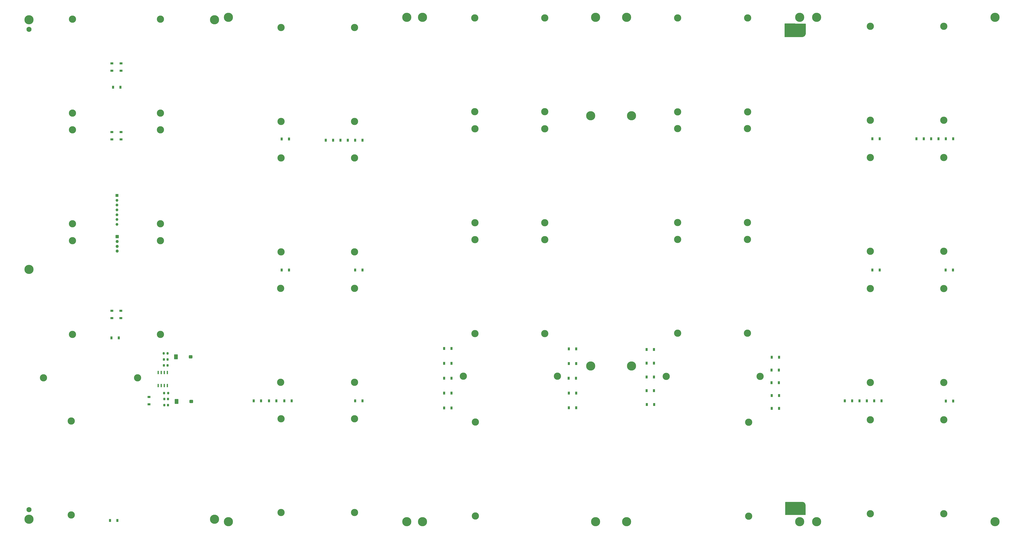
<source format=gts>
%TF.GenerationSoftware,KiCad,Pcbnew,7.0.2-0*%
%TF.CreationDate,2024-05-08T22:34:26-07:00*%
%TF.ProjectId,FlexDeploySidePanels,466c6578-4465-4706-9c6f-795369646550,v3b*%
%TF.SameCoordinates,Original*%
%TF.FileFunction,Soldermask,Top*%
%TF.FilePolarity,Negative*%
%FSLAX46Y46*%
G04 Gerber Fmt 4.6, Leading zero omitted, Abs format (unit mm)*
G04 Created by KiCad (PCBNEW 7.0.2-0) date 2024-05-08 22:34:26*
%MOMM*%
%LPD*%
G01*
G04 APERTURE LIST*
G04 Aperture macros list*
%AMRoundRect*
0 Rectangle with rounded corners*
0 $1 Rounding radius*
0 $2 $3 $4 $5 $6 $7 $8 $9 X,Y pos of 4 corners*
0 Add a 4 corners polygon primitive as box body*
4,1,4,$2,$3,$4,$5,$6,$7,$8,$9,$2,$3,0*
0 Add four circle primitives for the rounded corners*
1,1,$1+$1,$2,$3*
1,1,$1+$1,$4,$5*
1,1,$1+$1,$6,$7*
1,1,$1+$1,$8,$9*
0 Add four rect primitives between the rounded corners*
20,1,$1+$1,$2,$3,$4,$5,0*
20,1,$1+$1,$4,$5,$6,$7,0*
20,1,$1+$1,$6,$7,$8,$9,0*
20,1,$1+$1,$8,$9,$2,$3,0*%
G04 Aperture macros list end*
%ADD10C,0.150000*%
%ADD11R,0.850000X1.200000*%
%ADD12C,3.000000*%
%ADD13RoundRect,0.200000X0.200000X0.275000X-0.200000X0.275000X-0.200000X-0.275000X0.200000X-0.275000X0*%
%ADD14RoundRect,0.225000X0.225000X0.250000X-0.225000X0.250000X-0.225000X-0.250000X0.225000X-0.250000X0*%
%ADD15R,1.150000X1.150000*%
%ADD16C,1.150000*%
%ADD17C,2.600000*%
%ADD18C,3.800000*%
%ADD19R,1.200000X0.850000*%
%ADD20RoundRect,0.187500X0.562500X0.862500X-0.562500X0.862500X-0.562500X-0.862500X0.562500X-0.862500X0*%
%ADD21RoundRect,0.162500X0.587500X0.487500X-0.587500X0.487500X-0.587500X-0.487500X0.587500X-0.487500X0*%
%ADD22RoundRect,0.175000X0.525000X0.825000X-0.525000X0.825000X-0.525000X-0.825000X0.525000X-0.825000X0*%
%ADD23RoundRect,0.150000X0.550000X0.450000X-0.550000X0.450000X-0.550000X-0.450000X0.550000X-0.450000X0*%
%ADD24R,0.533400X1.460500*%
%ADD25RoundRect,0.076200X-0.575000X0.575000X-0.575000X-0.575000X0.575000X-0.575000X0.575000X0.575000X0*%
%ADD26C,1.302400*%
%ADD27C,2.100000*%
G04 APERTURE END LIST*
D10*
X413740600Y-303758600D02*
X414147000Y-304038000D01*
X414477200Y-304495200D01*
X414553400Y-305079400D01*
X414553400Y-308940200D01*
X406222200Y-308940200D01*
X406222200Y-303631600D01*
X413232600Y-303631600D01*
X413740600Y-303758600D01*
G36*
X413740600Y-303758600D02*
G01*
X414147000Y-304038000D01*
X414477200Y-304495200D01*
X414553400Y-305079400D01*
X414553400Y-308940200D01*
X406222200Y-308940200D01*
X406222200Y-303631600D01*
X413232600Y-303631600D01*
X413740600Y-303758600D01*
G37*
X414578800Y-104927400D02*
X414578800Y-109194600D01*
X414274000Y-109855000D01*
X413791400Y-110236000D01*
X413283400Y-110363000D01*
X405993600Y-110363000D01*
X405993600Y-104902000D01*
X414578800Y-104927400D01*
G36*
X414578800Y-104927400D02*
G01*
X414578800Y-109194600D01*
X414274000Y-109855000D01*
X413791400Y-110236000D01*
X413283400Y-110363000D01*
X405993600Y-110363000D01*
X405993600Y-104902000D01*
X414578800Y-104927400D01*
G37*
D11*
%TO.C,D15*%
X403625000Y-259375716D03*
X400575000Y-259375716D03*
%TD*%
%TO.C,D7*%
X443025000Y-261574797D03*
X446075000Y-261574797D03*
%TD*%
D12*
%TO.C,SC1*%
X471950000Y-308454797D03*
X471950000Y-269454797D03*
%TD*%
D13*
%TO.C,R2*%
X149986000Y-241868000D03*
X148336000Y-241868000D03*
%TD*%
D12*
%TO.C,SC21*%
X306400000Y-141450000D03*
X306400000Y-102450000D03*
%TD*%
%TO.C,SC38*%
X147000000Y-141999000D03*
X147000000Y-102999000D03*
%TD*%
D14*
%TO.C,C1*%
X150114000Y-263368000D03*
X148564000Y-263368000D03*
%TD*%
D11*
%TO.C,D10*%
X348675000Y-251650000D03*
X351725000Y-251650000D03*
%TD*%
D15*
%TO.C,J1*%
X128950000Y-176249999D03*
D16*
X128950000Y-178250000D03*
X128950000Y-180249999D03*
X128950000Y-182250000D03*
X128950000Y-184249998D03*
X128950000Y-186249999D03*
X128950000Y-188249998D03*
%TD*%
D12*
%TO.C,SC18*%
X277450000Y-194650000D03*
X277450000Y-233650000D03*
%TD*%
D11*
%TO.C,D45*%
X430845000Y-261574797D03*
X433895000Y-261574797D03*
%TD*%
%TO.C,D9*%
X348675000Y-257358571D03*
X351725000Y-257358571D03*
%TD*%
D12*
%TO.C,SC13*%
X390600000Y-141500000D03*
X390600000Y-102500000D03*
%TD*%
D17*
%TO.C,H18*%
X169450000Y-103250000D03*
D18*
X169450000Y-103250000D03*
%TD*%
D12*
%TO.C,SC17*%
X272650000Y-251300000D03*
X311650000Y-251300000D03*
%TD*%
D19*
%TO.C,D35*%
X126850000Y-227225000D03*
X126850000Y-224175000D03*
%TD*%
%TO.C,D37*%
X126875000Y-124400000D03*
X126875000Y-121350000D03*
%TD*%
D12*
%TO.C,SC11*%
X361500000Y-148500000D03*
X361500000Y-187500000D03*
%TD*%
%TO.C,SC25*%
X197000000Y-269000000D03*
X197000000Y-308000000D03*
%TD*%
D11*
%TO.C,D49*%
X215600000Y-153300000D03*
X218650000Y-153300000D03*
%TD*%
D13*
%TO.C,R1*%
X150164000Y-258348000D03*
X148514000Y-258348000D03*
%TD*%
D11*
%TO.C,D13*%
X403550000Y-248758572D03*
X400500000Y-248758572D03*
%TD*%
D14*
%TO.C,C3*%
X149936000Y-246888000D03*
X148386000Y-246888000D03*
%TD*%
D17*
%TO.C,H21*%
X92450000Y-310750000D03*
D18*
X92450000Y-310750000D03*
%TD*%
D20*
%TO.C,D51*%
X153668000Y-261874000D03*
D21*
X159768000Y-261874000D03*
D22*
X153668000Y-261874000D03*
D23*
X159768000Y-261874000D03*
%TD*%
D12*
%TO.C,SC34*%
X98500000Y-252000000D03*
X137500000Y-252000000D03*
%TD*%
D17*
%TO.C,H8*%
X340400000Y-311750000D03*
D18*
X340400000Y-311750000D03*
%TD*%
D12*
%TO.C,SC20*%
X277400000Y-102450000D03*
X277400000Y-141450000D03*
%TD*%
%TO.C,SC6*%
X441450000Y-160454797D03*
X441450000Y-199454797D03*
%TD*%
D11*
%TO.C,D43*%
X348725000Y-263108571D03*
X351775000Y-263108571D03*
%TD*%
D12*
%TO.C,SC10*%
X361500000Y-194500000D03*
X361500000Y-233500000D03*
%TD*%
D11*
%TO.C,D41*%
X185650000Y-261620000D03*
X188700000Y-261620000D03*
%TD*%
%TO.C,D24*%
X316360000Y-264430000D03*
X319410000Y-264430000D03*
%TD*%
D19*
%TO.C,D36*%
X126850000Y-152975000D03*
X126850000Y-149925000D03*
%TD*%
D17*
%TO.C,H1*%
X493200000Y-311750000D03*
D18*
X493200000Y-311750000D03*
%TD*%
D12*
%TO.C,SC30*%
X227500000Y-199666666D03*
X227500000Y-160666666D03*
%TD*%
D11*
%TO.C,D11*%
X348675000Y-245941429D03*
X351725000Y-245941429D03*
%TD*%
D17*
%TO.C,H9*%
X327500000Y-311750000D03*
D18*
X327500000Y-311750000D03*
%TD*%
D24*
%TO.C,U1*%
X146020850Y-255250000D03*
X147290850Y-255250000D03*
X148560850Y-255250000D03*
X149830850Y-255250000D03*
X149830850Y-249801700D03*
X148560850Y-249801700D03*
X147290850Y-249801700D03*
X146020850Y-249801700D03*
%TD*%
D17*
%TO.C,H5*%
X412200000Y-311750000D03*
D18*
X412200000Y-311750000D03*
%TD*%
D17*
%TO.C,H7*%
X340400000Y-102250000D03*
D18*
X340400000Y-102250000D03*
%TD*%
D11*
%TO.C,D27*%
X197311000Y-207250000D03*
X200361000Y-207250000D03*
%TD*%
D17*
%TO.C,H24*%
X342400000Y-247100000D03*
D18*
X342400000Y-247100000D03*
%TD*%
D11*
%TO.C,D28*%
X197311000Y-152750000D03*
X200361000Y-152750000D03*
%TD*%
D12*
%TO.C,SC16*%
X391000000Y-309510000D03*
X391000000Y-270510000D03*
%TD*%
D17*
%TO.C,H16*%
X175200000Y-311750000D03*
D18*
X175200000Y-311750000D03*
%TD*%
D12*
%TO.C,SC9*%
X395750000Y-251460000D03*
X356750000Y-251460000D03*
%TD*%
D17*
%TO.C,H14*%
X249200000Y-102250000D03*
D18*
X249200000Y-102250000D03*
%TD*%
D11*
%TO.C,D12*%
X348675000Y-240232858D03*
X351725000Y-240232858D03*
%TD*%
%TO.C,D5*%
X442275000Y-152704797D03*
X445325000Y-152704797D03*
%TD*%
%TO.C,D47*%
X316360000Y-240010000D03*
X319410000Y-240010000D03*
%TD*%
D19*
%TO.C,D40*%
X130600000Y-224175000D03*
X130600000Y-227225000D03*
%TD*%
D11*
%TO.C,D26*%
X198400000Y-261600000D03*
X201450000Y-261600000D03*
%TD*%
D12*
%TO.C,SC26*%
X196850000Y-214833332D03*
X196850000Y-253833332D03*
%TD*%
D17*
%TO.C,H6*%
X412200000Y-102250000D03*
D18*
X412200000Y-102250000D03*
%TD*%
D17*
%TO.C,H22*%
X342400000Y-143100000D03*
D18*
X342400000Y-143100000D03*
%TD*%
D11*
%TO.C,D44*%
X264680000Y-264580000D03*
X267730000Y-264580000D03*
%TD*%
D17*
%TO.C,H13*%
X249200000Y-311750000D03*
D18*
X249200000Y-311750000D03*
%TD*%
D17*
%TO.C,H19*%
X92456000Y-103251000D03*
D18*
X92456000Y-103251000D03*
%TD*%
D11*
%TO.C,D21*%
X319410000Y-246115000D03*
X316360000Y-246115000D03*
%TD*%
D12*
%TO.C,SC7*%
X441450000Y-214954797D03*
X441450000Y-253954797D03*
%TD*%
D11*
%TO.C,D46*%
X460550000Y-152700000D03*
X463600000Y-152700000D03*
%TD*%
%TO.C,D19*%
X264680000Y-245995000D03*
X267730000Y-245995000D03*
%TD*%
D17*
%TO.C,H25*%
X325500000Y-247100000D03*
D18*
X325500000Y-247100000D03*
%TD*%
D12*
%TO.C,SC14*%
X390500000Y-187500000D03*
X390500000Y-148500000D03*
%TD*%
D19*
%TO.C,D33*%
X142250000Y-263025000D03*
X142250000Y-259975000D03*
%TD*%
D25*
%TO.C,J4*%
X129000000Y-193375000D03*
D26*
X129000000Y-195375000D03*
X129000000Y-197375000D03*
X129000000Y-199375000D03*
%TD*%
D17*
%TO.C,H4*%
X419220000Y-311750000D03*
D18*
X419220000Y-311750000D03*
%TD*%
D12*
%TO.C,SC37*%
X110500000Y-103000000D03*
X110500000Y-142000000D03*
%TD*%
%TO.C,SC39*%
X147000000Y-188000000D03*
X147000000Y-149000000D03*
%TD*%
D11*
%TO.C,D32*%
X227791000Y-261620000D03*
X230841000Y-261620000D03*
%TD*%
D12*
%TO.C,SC35*%
X110500000Y-195000000D03*
X110500000Y-234000000D03*
%TD*%
D17*
%TO.C,H23*%
X325500000Y-143100000D03*
D18*
X325500000Y-143100000D03*
%TD*%
D12*
%TO.C,SC15*%
X390500000Y-233500000D03*
X390500000Y-194500000D03*
%TD*%
%TO.C,SC28*%
X197000000Y-106500000D03*
X197000000Y-145500000D03*
%TD*%
D19*
%TO.C,D38*%
X130650000Y-121350000D03*
X130650000Y-124400000D03*
%TD*%
D12*
%TO.C,SC3*%
X471950000Y-199454797D03*
X471950000Y-160454797D03*
%TD*%
%TO.C,SC32*%
X227500000Y-308000000D03*
X227500000Y-269000000D03*
%TD*%
D17*
%TO.C,H15*%
X175200000Y-102250000D03*
D18*
X175200000Y-102250000D03*
%TD*%
D11*
%TO.C,D3*%
X472755000Y-152704797D03*
X475805000Y-152704797D03*
%TD*%
D12*
%TO.C,SC31*%
X227500000Y-253833332D03*
X227500000Y-214833332D03*
%TD*%
%TO.C,SC5*%
X441450000Y-105954797D03*
X441450000Y-144954797D03*
%TD*%
D11*
%TO.C,D23*%
X319410000Y-258325000D03*
X316360000Y-258325000D03*
%TD*%
%TO.C,D1*%
X472775000Y-261704797D03*
X475825000Y-261704797D03*
%TD*%
D27*
%TO.C,J3*%
X92450000Y-306750000D03*
%TD*%
D17*
%TO.C,H12*%
X255700000Y-311750000D03*
D18*
X255700000Y-311750000D03*
%TD*%
D12*
%TO.C,SC19*%
X277450000Y-148550000D03*
X277450000Y-187550000D03*
%TD*%
D11*
%TO.C,D50*%
X127350000Y-131300000D03*
X130400000Y-131300000D03*
%TD*%
%TO.C,D29*%
X221675000Y-153300000D03*
X224725000Y-153300000D03*
%TD*%
D12*
%TO.C,SC22*%
X306450000Y-187550000D03*
X306450000Y-148550000D03*
%TD*%
D17*
%TO.C,H17*%
X169450000Y-310769000D03*
D18*
X169450000Y-310769000D03*
%TD*%
D12*
%TO.C,SC12*%
X361500000Y-102500000D03*
X361500000Y-141500000D03*
%TD*%
D17*
%TO.C,H3*%
X419200000Y-102250000D03*
D18*
X419200000Y-102250000D03*
%TD*%
D12*
%TO.C,SC8*%
X441450000Y-269454797D03*
X441450000Y-308454797D03*
%TD*%
D11*
%TO.C,D42*%
X129090000Y-311250000D03*
X126040000Y-311250000D03*
%TD*%
%TO.C,D30*%
X227766000Y-153300000D03*
X230816000Y-153300000D03*
%TD*%
%TO.C,D2*%
X472735000Y-207204797D03*
X475785000Y-207204797D03*
%TD*%
%TO.C,D25*%
X192050000Y-261600000D03*
X195100000Y-261600000D03*
%TD*%
D27*
%TO.C,J2*%
X92450000Y-107200000D03*
%TD*%
D17*
%TO.C,H2*%
X493200000Y-102250000D03*
D18*
X493200000Y-102250000D03*
%TD*%
D12*
%TO.C,SC33*%
X110000000Y-270000000D03*
X110000000Y-309000000D03*
%TD*%
D11*
%TO.C,D20*%
X264680000Y-239800000D03*
X267730000Y-239800000D03*
%TD*%
D12*
%TO.C,SC24*%
X277600000Y-309400000D03*
X277600000Y-270400000D03*
%TD*%
%TO.C,SC4*%
X471950000Y-144954797D03*
X471950000Y-105954797D03*
%TD*%
%TO.C,SC36*%
X110500000Y-149000000D03*
X110500000Y-188000000D03*
%TD*%
D17*
%TO.C,H11*%
X255700000Y-102250000D03*
D18*
X255700000Y-102250000D03*
%TD*%
D11*
%TO.C,D48*%
X400525000Y-243450000D03*
X403575000Y-243450000D03*
%TD*%
D17*
%TO.C,H10*%
X327500000Y-102250000D03*
D18*
X327500000Y-102250000D03*
%TD*%
D12*
%TO.C,SC23*%
X306450000Y-233650000D03*
X306450000Y-194650000D03*
%TD*%
%TO.C,SC2*%
X471950000Y-253954797D03*
X471950000Y-214954797D03*
%TD*%
D11*
%TO.C,D17*%
X264680000Y-258385000D03*
X267730000Y-258385000D03*
%TD*%
D20*
%TO.C,D52*%
X153420000Y-243332000D03*
D21*
X159520000Y-243332000D03*
D22*
X153420000Y-243332000D03*
D23*
X159520000Y-243332000D03*
%TD*%
D11*
%TO.C,D16*%
X400585000Y-264684288D03*
X403635000Y-264684288D03*
%TD*%
%TO.C,D6*%
X442275000Y-207204797D03*
X445325000Y-207204797D03*
%TD*%
%TO.C,D14*%
X403550000Y-254067144D03*
X400500000Y-254067144D03*
%TD*%
D14*
%TO.C,C4*%
X149936000Y-244378000D03*
X148386000Y-244378000D03*
%TD*%
D12*
%TO.C,SC40*%
X147000000Y-234000000D03*
X147000000Y-195000000D03*
%TD*%
D11*
%TO.C,D4*%
X466650000Y-152700000D03*
X469700000Y-152700000D03*
%TD*%
%TO.C,D34*%
X129750000Y-235425000D03*
X126700000Y-235425000D03*
%TD*%
%TO.C,D18*%
X264680000Y-252190000D03*
X267730000Y-252190000D03*
%TD*%
%TO.C,D31*%
X227791000Y-207250000D03*
X230841000Y-207250000D03*
%TD*%
D12*
%TO.C,SC27*%
X197000000Y-160666666D03*
X197000000Y-199666666D03*
%TD*%
D17*
%TO.C,H20*%
X92450000Y-207000000D03*
D18*
X92450000Y-207000000D03*
%TD*%
D19*
%TO.C,D39*%
X130625000Y-149925000D03*
X130625000Y-152975000D03*
%TD*%
D11*
%TO.C,D22*%
X319390000Y-252220000D03*
X316340000Y-252220000D03*
%TD*%
D14*
%TO.C,C2*%
X150114000Y-260858000D03*
X148564000Y-260858000D03*
%TD*%
D12*
%TO.C,SC29*%
X227500000Y-145500000D03*
X227500000Y-106500000D03*
%TD*%
D11*
%TO.C,D8*%
X436950000Y-261574797D03*
X440000000Y-261574797D03*
%TD*%
M02*

</source>
